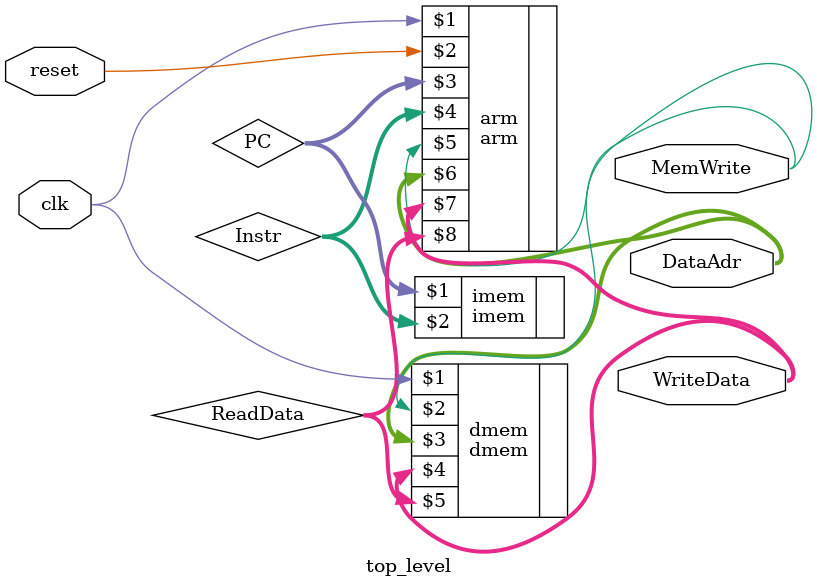
<source format=sv>
module top_level(input logic clk, reset,
		output logic [31:0] WriteData, DataAdr,
		output logic MemWrite);
	logic [31:0] PC, Instr, ReadData;
	
	// instantiate processor and memories
	arm arm(clk, reset, PC, Instr, MemWrite, DataAdr,
		WriteData, ReadData);
	imem imem(PC, Instr);
	dmem dmem(clk, MemWrite, DataAdr, WriteData, ReadData);
endmodule
</source>
